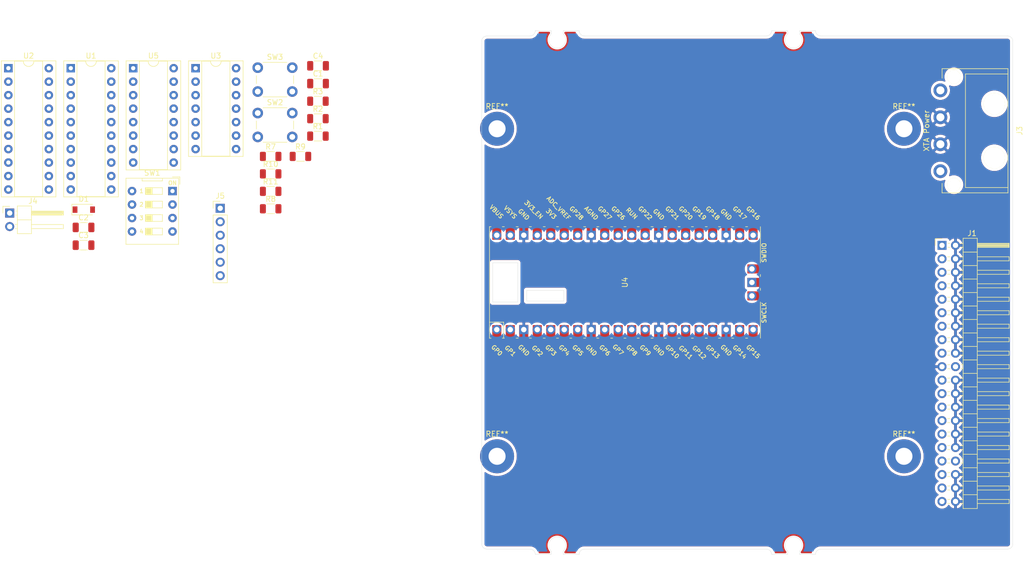
<source format=kicad_pcb>
(kicad_pcb (version 20171130) (host pcbnew "(5.1.9)-1")
  (layers (0 F.Cu signal) (1 In1.Cu signal) (2 In2.Cu signal) (31 B.Cu signal) (34 B.Paste user) (35 F.Paste user) (36 B.SilkS user) (37 F.SilkS user) (38 B.Mask user) (39 F.Mask user) (44 Edge.Cuts user))
  (net 0 "")
  (net 1 GND)
  (net 2 +3V3)
  (net 3 VSYS)
  (net 4 IBM_5V_POWER)
  (net 5 "Net-(R1-Pad2)")
  (net 6 "Net-(J4-Pad2)")
  (net 7 "Net-(J4-Pad1)")
  (net 8 "Net-(R7-Pad1)")
  (net 9 "Net-(R8-Pad1)")
  (net 10 "Net-(R9-Pad1)")
  (net 11 "Net-(R10-Pad1)")
  (net 12 CFG_DATA)
  (net 13 DBG_RX)
  (net 14 "Net-(J5-Pad1)")
  (net 15 "Net-(J5-Pad2)")
  (net 16 "Net-(J5-Pad3)")
  (net 17 SD_DO)
  (net 18 SD0_CS)
  (net 19 SD_SCK)
  (net 20 SD_DI)
  (net 21 ~IOR~_3V3)
  (net 22 ~IOW~_3V3)
  (net 23 DATA_DIR)
  (net 24 "Net-(SW3-Pad1)")
  (net 25 ~RESET~_3V3)
  (net 26 ~CS~_3V3)
  (net 27 "Net-(U4-Pad35)")
  (net 28 "Net-(U4-Pad37)")
  (net 29 "Net-(U4-Pad40)")
  (net 30 ~IRQ~_3V3)
  (net 31 ~DRQ~_3V3)
  (net 32 ~DACK~_3V3)
  (net 33 AEN_3V3)
  (net 34 A1_3V3)
  (net 35 A0_3V3)
  (net 36 D7_3V3)
  (net 37 D6_3V3)
  (net 38 D5_3V3)
  (net 39 D4_3V3)
  (net 40 D3_3V3)
  (net 41 D2_3V3)
  (net 42 D1_3V3)
  (net 43 D0_3V3)
  (net 44 CFG_CLK)
  (net 45 /BOOT_INTERNAL)
  (net 46 ~DRIVE_ACTIVE)
  (net 47 ~CS)
  (net 48 A0)
  (net 49 "Net-(J1-Pad34)")
  (net 50 A1)
  (net 51 IRQ)
  (net 52 DRQ)
  (net 53 ~DACK)
  (net 54 ~IOR)
  (net 55 ~IOW)
  (net 56 AEN)
  (net 57 "Net-(J1-Pad20)")
  (net 58 D0)
  (net 59 D1)
  (net 60 D2)
  (net 61 D3)
  (net 62 D4)
  (net 63 D5)
  (net 64 D6)
  (net 65 D7)
  (net 66 ~RESET)
  (net 67 "Net-(J3-Pad1)")
  (net 68 SD1_CS)
  (net 69 /RESERVED)
  (net 70 /DRIVE_SIZE_2)
  (net 71 /IRQ_SELECT)
  (net 72 /RESET_INVERT)
  (net 73 "Net-(U5-Pad7)")
  (net 74 CFG_LATCH)
  (module Pico:RPi_Pico_SMD_TH (layer F.Cu) (at 177.165 78.105 90)
    (fp_text reference U4 (at 0 0 90) (layer F.SilkS))
    (fp_text value RPI_PICO)
    (fp_text user SWDIO (at 5.6 26.2 90) (layer F.SilkS) (effects (font (size 0.8 0.8))))
    (fp_text user SWCLK (at -5.7 26.2 90) (layer F.SilkS) (effects (font (size 0.8 0.8))))
    (fp_text user AGND (at 13.054 -6.35 135) (layer F.SilkS) (effects (font (size 0.8 0.8))))
    (fp_text user GND (at 12.8 -19.05 135) (layer F.SilkS) (effects (font (size 0.8 0.8))))
    (fp_text user GND (at 12.8 6.35 135) (layer F.SilkS) (effects (font (size 0.8 0.8))))
    (fp_text user GND (at 12.8 19.05 135) (layer F.SilkS) (effects (font (size 0.8 0.8))))
    (fp_text user GND (at -12.8 19.05 135) (layer F.SilkS) (effects (font (size 0.8 0.8))))
    (fp_text user GND (at -12.8 6.35 135) (layer F.SilkS) (effects (font (size 0.8 0.8))))
    (fp_text user GND (at -12.8 -6.35 135) (layer F.SilkS) (effects (font (size 0.8 0.8))))
    (fp_text user GND (at -12.8 -19.05 135) (layer F.SilkS) (effects (font (size 0.8 0.8))))
    (fp_text user VBUS (at 13.3 -24.2 135) (layer F.SilkS) (effects (font (size 0.8 0.8))))
    (fp_text user VSYS (at 13.2 -21.59 135) (layer F.SilkS) (effects (font (size 0.8 0.8))))
    (fp_text user 3V3_EN (at 13.7 -17.2 135) (layer F.SilkS) (effects (font (size 0.8 0.8))))
    (fp_text user 3V3 (at 12.9 -13.9 135) (layer F.SilkS) (effects (font (size 0.8 0.8))))
    (fp_text user ADC_VREF (at 14 -12.5 135) (layer F.SilkS) (effects (font (size 0.8 0.8))))
    (fp_text user GP28 (at 13.054 -9.144 135) (layer F.SilkS) (effects (font (size 0.8 0.8))))
    (fp_text user GP27 (at 13.054 -3.8 135) (layer F.SilkS) (effects (font (size 0.8 0.8))))
    (fp_text user GP26 (at 13.054 -1.27 135) (layer F.SilkS) (effects (font (size 0.8 0.8))))
    (fp_text user RUN (at 13 1.27 135) (layer F.SilkS) (effects (font (size 0.8 0.8))))
    (fp_text user GP22 (at 13.054 3.81 135) (layer F.SilkS) (effects (font (size 0.8 0.8))))
    (fp_text user GP21 (at 13.054 8.9 135) (layer F.SilkS) (effects (font (size 0.8 0.8))))
    (fp_text user GP20 (at 13.054 11.43 135) (layer F.SilkS) (effects (font (size 0.8 0.8))))
    (fp_text user GP19 (at 13.054 13.97 135) (layer F.SilkS) (effects (font (size 0.8 0.8))))
    (fp_text user GP18 (at 13.054 16.51 135) (layer F.SilkS) (effects (font (size 0.8 0.8))))
    (fp_text user GP17 (at 13.054 21.59 135) (layer F.SilkS) (effects (font (size 0.8 0.8))))
    (fp_text user GP16 (at 13.054 24.13 135) (layer F.SilkS) (effects (font (size 0.8 0.8))))
    (fp_text user GP15 (at -13.054 24.13 135) (layer F.SilkS) (effects (font (size 0.8 0.8))))
    (fp_text user GP14 (at -13.1 21.59 135) (layer F.SilkS) (effects (font (size 0.8 0.8))))
    (fp_text user GP13 (at -13.054 16.51 135) (layer F.SilkS) (effects (font (size 0.8 0.8))))
    (fp_text user GP12 (at -13.2 13.97 135) (layer F.SilkS) (effects (font (size 0.8 0.8))))
    (fp_text user GP11 (at -13.2 11.43 135) (layer F.SilkS) (effects (font (size 0.8 0.8))))
    (fp_text user GP10 (at -13.054 8.89 135) (layer F.SilkS) (effects (font (size 0.8 0.8))))
    (fp_text user GP9 (at -12.8 3.81 135) (layer F.SilkS) (effects (font (size 0.8 0.8))))
    (fp_text user GP8 (at -12.8 1.27 135) (layer F.SilkS) (effects (font (size 0.8 0.8))))
    (fp_text user GP7 (at -12.7 -1.3 135) (layer F.SilkS) (effects (font (size 0.8 0.8))))
    (fp_text user GP6 (at -12.8 -3.81 135) (layer F.SilkS) (effects (font (size 0.8 0.8))))
    (fp_text user GP5 (at -12.8 -8.89 135) (layer F.SilkS) (effects (font (size 0.8 0.8))))
    (fp_text user GP4 (at -12.8 -11.43 135) (layer F.SilkS) (effects (font (size 0.8 0.8))))
    (fp_text user GP3 (at -12.8 -13.97 135) (layer F.SilkS) (effects (font (size 0.8 0.8))))
    (fp_text user GP0 (at -12.8 -24.13 135) (layer F.SilkS) (effects (font (size 0.8 0.8))))
    (fp_text user GP2 (at -12.9 -16.51 135) (layer F.SilkS) (effects (font (size 0.8 0.8))))
    (fp_text user GP1 (at -12.9 -21.6 135) (layer F.SilkS) (effects (font (size 0.8 0.8))))
    (pad 43 thru_hole oval (at 2.54 23.9 90) (size 1.7 1.7) (drill 1.02) (layers *.Cu *.Mask) (net 14 "Net-(J5-Pad1)"))
    (pad 43 smd rect (at 2.54 23.9 180) (size 3.5 1.7) (drill (offset -0.9 0)) (layers F.Cu F.Mask) (net 14 "Net-(J5-Pad1)"))
    (pad 42 thru_hole rect (at 0 23.9 90) (size 1.7 1.7) (drill 1.02) (layers *.Cu *.Mask) (net 15 "Net-(J5-Pad2)"))
    (pad 42 smd rect (at 0 23.9 180) (size 3.5 1.7) (drill (offset -0.9 0)) (layers F.Cu F.Mask) (net 15 "Net-(J5-Pad2)"))
    (pad 41 thru_hole oval (at -2.54 23.9 90) (size 1.7 1.7) (drill 1.02) (layers *.Cu *.Mask) (net 16 "Net-(J5-Pad3)"))
    (pad 41 smd rect (at -2.54 23.9 180) (size 3.5 1.7) (drill (offset -0.9 0)) (layers F.Cu F.Mask) (net 16 "Net-(J5-Pad3)"))
    (pad 21 smd rect (at 8.89 24.13 90) (size 3.5 1.7) (drill (offset 0.9 0)) (layers F.Cu F.Mask) (net 17 SD_DO))
    (pad 22 smd rect (at 8.89 21.59 90) (size 3.5 1.7) (drill (offset 0.9 0)) (layers F.Cu F.Mask) (net 18 SD0_CS))
    (pad 23 smd rect (at 8.89 19.05 90) (size 3.5 1.7) (drill (offset 0.9 0)) (layers F.Cu F.Mask) (net 1 GND))
    (pad 24 smd rect (at 8.89 16.51 90) (size 3.5 1.7) (drill (offset 0.9 0)) (layers F.Cu F.Mask) (net 19 SD_SCK))
    (pad 25 smd rect (at 8.89 13.97 90) (size 3.5 1.7) (drill (offset 0.9 0)) (layers F.Cu F.Mask) (net 20 SD_DI))
    (pad 26 smd rect (at 8.89 11.43 90) (size 3.5 1.7) (drill (offset 0.9 0)) (layers F.Cu F.Mask) (net 21 ~IOR~_3V3))
    (pad 27 smd rect (at 8.89 8.89 90) (size 3.5 1.7) (drill (offset 0.9 0)) (layers F.Cu F.Mask) (net 22 ~IOW~_3V3))
    (pad 28 smd rect (at 8.89 6.35 90) (size 3.5 1.7) (drill (offset 0.9 0)) (layers F.Cu F.Mask) (net 1 GND))
    (pad 29 smd rect (at 8.89 3.81 90) (size 3.5 1.7) (drill (offset 0.9 0)) (layers F.Cu F.Mask) (net 23 DATA_DIR))
    (pad 30 smd rect (at 8.89 1.27 90) (size 3.5 1.7) (drill (offset 0.9 0)) (layers F.Cu F.Mask) (net 24 "Net-(SW3-Pad1)"))
    (pad 31 smd rect (at 8.89 -1.27 90) (size 3.5 1.7) (drill (offset 0.9 0)) (layers F.Cu F.Mask) (net 25 ~RESET~_3V3))
    (pad 32 smd rect (at 8.89 -3.81 90) (size 3.5 1.7) (drill (offset 0.9 0)) (layers F.Cu F.Mask) (net 26 ~CS~_3V3))
    (pad 33 smd rect (at 8.89 -6.35 90) (size 3.5 1.7) (drill (offset 0.9 0)) (layers F.Cu F.Mask) (net 1 GND))
    (pad 34 smd rect (at 8.89 -8.89 90) (size 3.5 1.7) (drill (offset 0.9 0)) (layers F.Cu F.Mask) (net 68 SD1_CS))
    (pad 35 smd rect (at 8.89 -11.43 90) (size 3.5 1.7) (drill (offset 0.9 0)) (layers F.Cu F.Mask) (net 27 "Net-(U4-Pad35)"))
    (pad 36 smd rect (at 8.89 -13.97 90) (size 3.5 1.7) (drill (offset 0.9 0)) (layers F.Cu F.Mask) (net 2 +3V3))
    (pad 37 smd rect (at 8.89 -16.51 90) (size 3.5 1.7) (drill (offset 0.9 0)) (layers F.Cu F.Mask) (net 28 "Net-(U4-Pad37)"))
    (pad 38 smd rect (at 8.89 -19.05 90) (size 3.5 1.7) (drill (offset 0.9 0)) (layers F.Cu F.Mask) (net 1 GND))
    (pad 39 smd rect (at 8.89 -21.59 90) (size 3.5 1.7) (drill (offset 0.9 0)) (layers F.Cu F.Mask) (net 3 VSYS))
    (pad 40 smd rect (at 8.89 -24.13 90) (size 3.5 1.7) (drill (offset 0.9 0)) (layers F.Cu F.Mask) (net 29 "Net-(U4-Pad40)"))
    (pad 20 smd rect (at -8.89 24.13 90) (size 3.5 1.7) (drill (offset -0.9 0)) (layers F.Cu F.Mask) (net 30 ~IRQ~_3V3))
    (pad 19 smd rect (at -8.89 21.59 90) (size 3.5 1.7) (drill (offset -0.9 0)) (layers F.Cu F.Mask) (net 31 ~DRQ~_3V3))
    (pad 18 smd rect (at -8.89 19.05 90) (size 3.5 1.7) (drill (offset -0.9 0)) (layers F.Cu F.Mask) (net 1 GND))
    (pad 17 smd rect (at -8.89 16.51 90) (size 3.5 1.7) (drill (offset -0.9 0)) (layers F.Cu F.Mask) (net 32 ~DACK~_3V3))
    (pad 16 smd rect (at -8.89 13.97 90) (size 3.5 1.7) (drill (offset -0.9 0)) (layers F.Cu F.Mask) (net 33 AEN_3V3))
    (pad 15 smd rect (at -8.89 11.43 90) (size 3.5 1.7) (drill (offset -0.9 0)) (layers F.Cu F.Mask) (net 34 A1_3V3))
    (pad 14 smd rect (at -8.89 8.89 90) (size 3.5 1.7) (drill (offset -0.9 0)) (layers F.Cu F.Mask) (net 35 A0_3V3))
    (pad 13 smd rect (at -8.89 6.35 90) (size 3.5 1.7) (drill (offset -0.9 0)) (layers F.Cu F.Mask) (net 1 GND))
    (pad 12 smd rect (at -8.89 3.81 90) (size 3.5 1.7) (drill (offset -0.9 0)) (layers F.Cu F.Mask) (net 36 D7_3V3))
    (pad 11 smd rect (at -8.89 1.27 90) (size 3.5 1.7) (drill (offset -0.9 0)) (layers F.Cu F.Mask) (net 37 D6_3V3))
    (pad 10 smd rect (at -8.89 -1.27 90) (size 3.5 1.7) (drill (offset -0.9 0)) (layers F.Cu F.Mask) (net 38 D5_3V3))
    (pad 9 smd rect (at -8.89 -3.81 90) (size 3.5 1.7) (drill (offset -0.9 0)) (layers F.Cu F.Mask) (net 39 D4_3V3))
    (pad 8 smd rect (at -8.89 -6.35 90) (size 3.5 1.7) (drill (offset -0.9 0)) (layers F.Cu F.Mask) (net 1 GND))
    (pad 7 smd rect (at -8.89 -8.89 90) (size 3.5 1.7) (drill (offset -0.9 0)) (layers F.Cu F.Mask) (net 40 D3_3V3))
    (pad 6 smd rect (at -8.89 -11.43 90) (size 3.5 1.7) (drill (offset -0.9 0)) (layers F.Cu F.Mask) (net 41 D2_3V3))
    (pad 5 smd rect (at -8.89 -13.97 90) (size 3.5 1.7) (drill (offset -0.9 0)) (layers F.Cu F.Mask) (net 42 D1_3V3))
    (pad 4 smd rect (at -8.89 -16.51 90) (size 3.5 1.7) (drill (offset -0.9 0)) (layers F.Cu F.Mask) (net 43 D0_3V3))
    (pad 3 smd rect (at -8.89 -19.05 90) (size 3.5 1.7) (drill (offset -0.9 0)) (layers F.Cu F.Mask) (net 1 GND))
    (pad 2 smd rect (at -8.89 -21.59 90) (size 3.5 1.7) (drill (offset -0.9 0)) (layers F.Cu F.Mask) (net 44 CFG_CLK))
    (pad 1 smd rect (at -8.89 -24.13 90) (size 3.5 1.7) (drill (offset -0.9 0)) (layers F.Cu F.Mask) (net 13 DBG_RX))
    (pad 40 thru_hole oval (at 8.89 -24.13 90) (size 1.7 1.7) (drill 1.02) (layers *.Cu *.Mask) (net 29 "Net-(U4-Pad40)"))
    (pad 39 thru_hole oval (at 8.89 -21.59 90) (size 1.7 1.7) (drill 1.02) (layers *.Cu *.Mask) (net 3 VSYS))
    (pad 38 thru_hole rect (at 8.89 -19.05 90) (size 1.7 1.7) (drill 1.02) (layers *.Cu *.Mask) (net 1 GND))
    (pad 37 thru_hole oval (at 8.89 -16.51 90) (size 1.7 1.7) (drill 1.02) (layers *.Cu *.Mask) (net 28 "Net-(U4-Pad37)"))
    (pad 36 thru_hole oval (at 8.89 -13.97 90) (size 1.7 1.7) (drill 1.02) (layers *.Cu *.Mask) (net 2 +3V3))
    (pad 35 thru_hole oval (at 8.89 -11.43 90) (size 1.7 1.7) (drill 1.02) (layers *.Cu *.Mask) (net 27 "Net-(U4-Pad35)"))
    (pad 34 thru_hole oval (at 8.89 -8.89 90) (size 1.7 1.7) (drill 1.02) (layers *.Cu *.Mask) (net 68 SD1_CS))
    (pad 33 thru_hole rect (at 8.89 -6.35 90) (size 1.7 1.7) (drill 1.02) (layers *.Cu *.Mask) (net 1 GND))
    (pad 32 thru_hole oval (at 8.89 -3.81 90) (size 1.7 1.7) (drill 1.02) (layers *.Cu *.Mask) (net 26 ~CS~_3V3))
    (pad 31 thru_hole oval (at 8.89 -1.27 90) (size 1.7 1.7) (drill 1.02) (layers *.Cu *.Mask) (net 25 ~RESET~_3V3))
    (pad 30 thru_hole oval (at 8.89 1.27 90) (size 1.7 1.7) (drill 1.02) (layers *.Cu *.Mask) (net 24 "Net-(SW3-Pad1)"))
    (pad 29 thru_hole oval (at 8.89 3.81 90) (size 1.7 1.7) (drill 1.02) (layers *.Cu *.Mask) (net 23 DATA_DIR))
    (pad 28 thru_hole rect (at 8.89 6.35 90) (size 1.7 1.7) (drill 1.02) (layers *.Cu *.Mask) (net 1 GND))
    (pad 27 thru_hole oval (at 8.89 8.89 90) (size 1.7 1.7) (drill 1.02) (layers *.Cu *.Mask) (net 22 ~IOW~_3V3))
    (pad 26 thru_hole oval (at 8.89 11.43 90) (size 1.7 1.7) (drill 1.02) (layers *.Cu *.Mask) (net 21 ~IOR~_3V3))
    (pad 25 thru_hole oval (at 8.89 13.97 90) (size 1.7 1.7) (drill 1.02) (layers *.Cu *.Mask) (net 20 SD_DI))
    (pad 24 thru_hole oval (at 8.89 16.51 90) (size 1.7 1.7) (drill 1.02) (layers *.Cu *.Mask) (net 19 SD_SCK))
    (pad 23 thru_hole rect (at 8.89 19.05 90) (size 1.7 1.7) (drill 1.02) (layers *.Cu *.Mask) (net 1 GND))
    (pad 22 thru_hole oval (at 8.89 21.59 90) (size 1.7 1.7) (drill 1.02) (layers *.Cu *.Mask) (net 18 SD0_CS))
    (pad 21 thru_hole oval (at 8.89 24.13 90) (size 1.7 1.7) (drill 1.02) (layers *.Cu *.Mask) (net 17 SD_DO))
    (pad 20 thru_hole oval (at -8.89 24.13 90) (size 1.7 1.7) (drill 1.02) (layers *.Cu *.Mask) (net 30 ~IRQ~_3V3))
    (pad 19 thru_hole oval (at -8.89 21.59 90) (size 1.7 1.7) (drill 1.02) (layers *.Cu *.Mask) (net 31 ~DRQ~_3V3))
    (pad 18 thru_hole rect (at -8.89 19.05 90) (size 1.7 1.7) (drill 1.02) (layers *.Cu *.Mask) (net 1 GND))
    (pad 17 thru_hole oval (at -8.89 16.51 90) (size 1.7 1.7) (drill 1.02) (layers *.Cu *.Mask) (net 32 ~DACK~_3V3))
    (pad 16 thru_hole oval (at -8.89 13.97 90) (size 1.7 1.7) (drill 1.02) (layers *.Cu *.Mask) (net 33 AEN_3V3))
    (pad 15 thru_hole oval (at -8.89 11.43 90) (size 1.7 1.7) (drill 1.02) (layers *.Cu *.Mask) (net 34 A1_3V3))
    (pad 14 thru_hole oval (at -8.89 8.89 90) (size 1.7 1.7) (drill 1.02) (layers *.Cu *.Mask) (net 35 A0_3V3))
    (pad 13 thru_hole rect (at -8.89 6.35 90) (size 1.7 1.7) (drill 1.02) (layers *.Cu *.Mask) (net 1 GND))
    (pad 12 thru_hole oval (at -8.89 3.81 90) (size 1.7 1.7) (drill 1.02) (layers *.Cu *.Mask) (net 36 D7_3V3))
    (pad 11 thru_hole oval (at -8.89 1.27 90) (size 1.7 1.7) (drill 1.02) (layers *.Cu *.Mask) (net 37 D6_3V3))
    (pad 10 thru_hole oval (at -8.89 -1.27 90) (size 1.7 1.7) (drill 1.02) (layers *.Cu *.Mask) (net 38 D5_3V3))
    (pad 9 thru_hole oval (at -8.89 -3.81 90) (size 1.7 1.7) (drill 1.02) (layers *.Cu *.Mask) (net 39 D4_3V3))
    (pad 8 thru_hole rect (at -8.89 -6.35 90) (size 1.7 1.7) (drill 1.02) (layers *.Cu *.Mask) (net 1 GND))
    (pad 7 thru_hole oval (at -8.89 -8.89 90) (size 1.7 1.7) (drill 1.02) (layers *.Cu *.Mask) (net 40 D3_3V3))
    (pad 6 thru_hole oval (at -8.89 -11.43 90) (size 1.7 1.7) (drill 1.02) (layers *.Cu *.Mask) (net 41 D2_3V3))
    (pad 5 thru_hole oval (at -8.89 -13.97 90) (size 1.7 1.7) (drill 1.02) (layers *.Cu *.Mask) (net 42 D1_3V3))
    (pad 4 thru_hole oval (at -8.89 -16.51 90) (size 1.7 1.7) (drill 1.02) (layers *.Cu *.Mask) (net 43 D0_3V3))
    (pad 3 thru_hole rect (at -8.89 -19.05 90) (size 1.7 1.7) (drill 1.02) (layers *.Cu *.Mask) (net 1 GND))
    (pad 2 thru_hole oval (at -8.89 -21.59 90) (size 1.7 1.7) (drill 1.02) (layers *.Cu *.Mask) (net 44 CFG_CLK))
    (pad 1 thru_hole oval (at -8.89 -24.13 90) (size 1.7 1.7) (drill 1.02) (layers *.Cu *.Mask) (net 13 DBG_RX))
  )
  (module Connector_PinHeader_2.54mm:PinHeader_1x06_P2.54mm_Vertical (layer F.Cu) (at 100.965 64.135)
    (fp_text reference J5 (at 0 -2.33) (layer F.SilkS))
    (fp_text value Debug)
    (pad 6 thru_hole oval (at 0 12.7) (size 1.7 1.7) (drill 1) (layers *.Cu *.Mask) (net 13 DBG_RX))
    (pad 5 thru_hole oval (at 0 10.16) (size 1.7 1.7) (drill 1) (layers *.Cu *.Mask) (net 15 "Net-(J5-Pad2)"))
    (pad 4 thru_hole oval (at 0 7.62) (size 1.7 1.7) (drill 1) (layers *.Cu *.Mask) (net 44 CFG_CLK))
    (pad 3 thru_hole oval (at 0 5.08) (size 1.7 1.7) (drill 1) (layers *.Cu *.Mask) (net 16 "Net-(J5-Pad3)"))
    (pad 2 thru_hole oval (at 0 2.54) (size 1.7 1.7) (drill 1) (layers *.Cu *.Mask) (net 15 "Net-(J5-Pad2)"))
    (pad 1 thru_hole rect (at 0 0) (size 1.7 1.7) (drill 1) (layers *.Cu *.Mask) (net 14 "Net-(J5-Pad1)"))
  )
  (module Package_DIP:DIP-16_W7.62mm_Socket (layer F.Cu) (at 84.58 37.74)
    (fp_text reference U5 (at 3.81 -2.33) (layer F.SilkS))
    (fp_text value 74HC165)
    (pad 16 thru_hole oval (at 7.62 0) (size 1.6 1.6) (drill 0.8) (layers *.Cu *.Mask) (net 2 +3V3))
    (pad 8 thru_hole oval (at 0 17.78) (size 1.6 1.6) (drill 0.8) (layers *.Cu *.Mask) (net 1 GND))
    (pad 15 thru_hole oval (at 7.62 2.54) (size 1.6 1.6) (drill 0.8) (layers *.Cu *.Mask) (net 1 GND))
    (pad 7 thru_hole oval (at 0 15.24) (size 1.6 1.6) (drill 0.8) (layers *.Cu *.Mask) (net 73 "Net-(U5-Pad7)"))
    (pad 14 thru_hole oval (at 7.62 5.08) (size 1.6 1.6) (drill 0.8) (layers *.Cu *.Mask) (net 69 /RESERVED))
    (pad 6 thru_hole oval (at 0 12.7) (size 1.6 1.6) (drill 0.8) (layers *.Cu *.Mask) (net 1 GND))
    (pad 13 thru_hole oval (at 7.62 7.62) (size 1.6 1.6) (drill 0.8) (layers *.Cu *.Mask) (net 70 /DRIVE_SIZE_2))
    (pad 5 thru_hole oval (at 0 10.16) (size 1.6 1.6) (drill 0.8) (layers *.Cu *.Mask) (net 1 GND))
    (pad 12 thru_hole oval (at 7.62 10.16) (size 1.6 1.6) (drill 0.8) (layers *.Cu *.Mask) (net 71 /IRQ_SELECT))
    (pad 4 thru_hole oval (at 0 7.62) (size 1.6 1.6) (drill 0.8) (layers *.Cu *.Mask) (net 1 GND))
    (pad 11 thru_hole oval (at 7.62 12.7) (size 1.6 1.6) (drill 0.8) (layers *.Cu *.Mask) (net 72 /RESET_INVERT))
    (pad 3 thru_hole oval (at 0 5.08) (size 1.6 1.6) (drill 0.8) (layers *.Cu *.Mask) (net 45 /BOOT_INTERNAL))
    (pad 10 thru_hole oval (at 7.62 15.24) (size 1.6 1.6) (drill 0.8) (layers *.Cu *.Mask) (net 1 GND))
    (pad 2 thru_hole oval (at 0 2.54) (size 1.6 1.6) (drill 0.8) (layers *.Cu *.Mask) (net 44 CFG_CLK))
    (pad 9 thru_hole oval (at 7.62 17.78) (size 1.6 1.6) (drill 0.8) (layers *.Cu *.Mask) (net 12 CFG_DATA))
    (pad 1 thru_hole rect (at 0 0) (size 1.6 1.6) (drill 0.8) (layers *.Cu *.Mask) (net 74 CFG_LATCH))
  )
  (module Package_DIP:DIP-14_W7.62mm_Socket (layer F.Cu) (at 96.33 37.74)
    (fp_text reference U3 (at 3.81 -2.33) (layer F.SilkS))
    (fp_text value 74HCT125)
    (pad 14 thru_hole oval (at 7.62 0) (size 1.6 1.6) (drill 0.8) (layers *.Cu *.Mask) (net 3 VSYS))
    (pad 7 thru_hole oval (at 0 15.24) (size 1.6 1.6) (drill 0.8) (layers *.Cu *.Mask) (net 1 GND))
    (pad 13 thru_hole oval (at 7.62 2.54) (size 1.6 1.6) (drill 0.8) (layers *.Cu *.Mask) (net 30 ~IRQ~_3V3))
    (pad 6 thru_hole oval (at 0 12.7) (size 1.6 1.6) (drill 0.8) (layers *.Cu *.Mask) (net 5 "Net-(R1-Pad2)"))
    (pad 12 thru_hole oval (at 7.62 5.08) (size 1.6 1.6) (drill 0.8) (layers *.Cu *.Mask) (net 3 VSYS))
    (pad 5 thru_hole oval (at 0 10.16) (size 1.6 1.6) (drill 0.8) (layers *.Cu *.Mask) (net 1 GND))
    (pad 11 thru_hole oval (at 7.62 7.62) (size 1.6 1.6) (drill 0.8) (layers *.Cu *.Mask) (net 51 IRQ))
    (pad 4 thru_hole oval (at 0 7.62) (size 1.6 1.6) (drill 0.8) (layers *.Cu *.Mask) (net 44 CFG_CLK))
    (pad 10 thru_hole oval (at 7.62 10.16) (size 1.6 1.6) (drill 0.8) (layers *.Cu *.Mask) (net 31 ~DRQ~_3V3))
    (pad 3 thru_hole oval (at 0 5.08) (size 1.6 1.6) (drill 0.8) (layers *.Cu *.Mask) (net 46 ~DRIVE_ACTIVE))
    (pad 9 thru_hole oval (at 7.62 12.7) (size 1.6 1.6) (drill 0.8) (layers *.Cu *.Mask) (net 3 VSYS))
    (pad 2 thru_hole oval (at 0 2.54) (size 1.6 1.6) (drill 0.8) (layers *.Cu *.Mask) (net 1 GND))
    (pad 8 thru_hole oval (at 7.62 15.24) (size 1.6 1.6) (drill 0.8) (layers *.Cu *.Mask) (net 52 DRQ))
    (pad 1 thru_hole rect (at 0 0) (size 1.6 1.6) (drill 0.8) (layers *.Cu *.Mask) (net 44 CFG_CLK))
  )
  (module Package_DIP:DIP-20_W7.62mm_Socket (layer F.Cu) (at 61.08 37.74)
    (fp_text reference U2 (at 3.81 -2.33) (layer F.SilkS))
    (fp_text value 74LVC245)
    (pad 20 thru_hole oval (at 7.62 0) (size 1.6 1.6) (drill 0.8) (layers *.Cu *.Mask) (net 2 +3V3))
    (pad 10 thru_hole oval (at 0 22.86) (size 1.6 1.6) (drill 0.8) (layers *.Cu *.Mask) (net 1 GND))
    (pad 19 thru_hole oval (at 7.62 2.54) (size 1.6 1.6) (drill 0.8) (layers *.Cu *.Mask) (net 1 GND))
    (pad 9 thru_hole oval (at 0 20.32) (size 1.6 1.6) (drill 0.8) (layers *.Cu *.Mask) (net 55 ~IOW))
    (pad 18 thru_hole oval (at 7.62 5.08) (size 1.6 1.6) (drill 0.8) (layers *.Cu *.Mask) (net 35 A0_3V3))
    (pad 8 thru_hole oval (at 0 17.78) (size 1.6 1.6) (drill 0.8) (layers *.Cu *.Mask) (net 54 ~IOR))
    (pad 17 thru_hole oval (at 7.62 7.62) (size 1.6 1.6) (drill 0.8) (layers *.Cu *.Mask) (net 34 A1_3V3))
    (pad 7 thru_hole oval (at 0 15.24) (size 1.6 1.6) (drill 0.8) (layers *.Cu *.Mask) (net 66 ~RESET))
    (pad 16 thru_hole oval (at 7.62 10.16) (size 1.6 1.6) (drill 0.8) (layers *.Cu *.Mask) (net 33 AEN_3V3))
    (pad 6 thru_hole oval (at 0 12.7) (size 1.6 1.6) (drill 0.8) (layers *.Cu *.Mask) (net 47 ~CS))
    (pad 15 thru_hole oval (at 7.62 12.7) (size 1.6 1.6) (drill 0.8) (layers *.Cu *.Mask) (net 32 ~DACK~_3V3))
    (pad 5 thru_hole oval (at 0 10.16) (size 1.6 1.6) (drill 0.8) (layers *.Cu *.Mask) (net 53 ~DACK))
    (pad 14 thru_hole oval (at 7.62 15.24) (size 1.6 1.6) (drill 0.8) (layers *.Cu *.Mask) (net 26 ~CS~_3V3))
    (pad 4 thru_hole oval (at 0 7.62) (size 1.6 1.6) (drill 0.8) (layers *.Cu *.Mask) (net 56 AEN))
    (pad 13 thru_hole oval (at 7.62 17.78) (size 1.6 1.6) (drill 0.8) (layers *.Cu *.Mask) (net 25 ~RESET~_3V3))
    (pad 3 thru_hole oval (at 0 5.08) (size 1.6 1.6) (drill 0.8) (layers *.Cu *.Mask) (net 50 A1))
    (pad 12 thru_hole oval (at 7.62 20.32) (size 1.6 1.6) (drill 0.8) (layers *.Cu *.Mask) (net 21 ~IOR~_3V3))
    (pad 2 thru_hole oval (at 0 2.54) (size 1.6 1.6) (drill 0.8) (layers *.Cu *.Mask) (net 48 A0))
    (pad 11 thru_hole oval (at 7.62 22.86) (size 1.6 1.6) (drill 0.8) (layers *.Cu *.Mask) (net 22 ~IOW~_3V3))
    (pad 1 thru_hole rect (at 0 0) (size 1.6 1.6) (drill 0.8) (layers *.Cu *.Mask) (net 1 GND))
  )
  (module Package_DIP:DIP-20_W7.62mm_Socket (layer F.Cu) (at 72.83 37.74)
    (fp_text reference U1 (at 3.81 -2.33) (layer F.SilkS))
    (fp_text value 74LVC245)
    (pad 20 thru_hole oval (at 7.62 0) (size 1.6 1.6) (drill 0.8) (layers *.Cu *.Mask) (net 2 +3V3))
    (pad 10 thru_hole oval (at 0 22.86) (size 1.6 1.6) (drill 0.8) (layers *.Cu *.Mask) (net 1 GND))
    (pad 19 thru_hole oval (at 7.62 2.54) (size 1.6 1.6) (drill 0.8) (layers *.Cu *.Mask) (net 1 GND))
    (pad 9 thru_hole oval (at 0 20.32) (size 1.6 1.6) (drill 0.8) (layers *.Cu *.Mask) (net 65 D7))
    (pad 18 thru_hole oval (at 7.62 5.08) (size 1.6 1.6) (drill 0.8) (layers *.Cu *.Mask) (net 43 D0_3V3))
    (pad 8 thru_hole oval (at 0 17.78) (size 1.6 1.6) (drill 0.8) (layers *.Cu *.Mask) (net 64 D6))
    (pad 17 thru_hole oval (at 7.62 7.62) (size 1.6 1.6) (drill 0.8) (layers *.Cu *.Mask) (net 42 D1_3V3))
    (pad 7 thru_hole oval (at 0 15.24) (size 1.6 1.6) (drill 0.8) (layers *.Cu *.Mask) (net 63 D5))
    (pad 16 thru_hole oval (at 7.62 10.16) (size 1.6 1.6) (drill 0.8) (layers *.Cu *.Mask) (net 41 D2_3V3))
    (pad 6 thru_hole oval (at 0 12.7) (size 1.6 1.6) (drill 0.8) (layers *.Cu *.Mask) (net 62 D4))
    (pad 15 thru_hole oval (at 7.62 12.7) (size 1.6 1.6) (drill 0.8) (layers *.Cu *.Mask) (net 40 D3_3V3))
    (pad 5 thru_hole oval (at 0 10.16) (size 1.6 1.6) (drill 0.8) (layers *.Cu *.Mask) (net 61 D3))
    (pad 14 thru_hole oval (at 7.62 15.24) (size 1.6 1.6) (drill 0.8) (layers *.Cu *.Mask) (net 39 D4_3V3))
    (pad 4 thru_hole oval (at 0 7.62) (size 1.6 1.6) (drill 0.8) (layers *.Cu *.Mask) (net 60 D2))
    (pad 13 thru_hole oval (at 7.62 17.78) (size 1.6 1.6) (drill 0.8) (layers *.Cu *.Mask) (net 38 D5_3V3))
    (pad 3 thru_hole oval (at 0 5.08) (size 1.6 1.6) (drill 0.8) (layers *.Cu *.Mask) (net 59 D1))
    (pad 12 thru_hole oval (at 7.62 20.32) (size 1.6 1.6) (drill 0.8) (layers *.Cu *.Mask) (net 37 D6_3V3))
    (pad 2 thru_hole oval (at 0 2.54) (size 1.6 1.6) (drill 0.8) (layers *.Cu *.Mask) (net 58 D0))
    (pad 11 thru_hole oval (at 7.62 22.86) (size 1.6 1.6) (drill 0.8) (layers *.Cu *.Mask) (net 36 D7_3V3))
    (pad 1 thru_hole rect (at 0 0) (size 1.6 1.6) (drill 0.8) (layers *.Cu *.Mask) (net 23 DATA_DIR))
  )
  (module Button_Switch_THT:SW_PUSH_6mm (layer F.Cu) (at 108.03 37.64)
    (fp_text reference SW3 (at 3.25 -2) (layer F.SilkS))
    (fp_text value Reset)
    (pad 1 thru_hole circle (at 6.5 0 90) (size 2 2) (drill 1.1) (layers *.Cu *.Mask) (net 24 "Net-(SW3-Pad1)"))
    (pad 2 thru_hole circle (at 6.5 4.5 90) (size 2 2) (drill 1.1) (layers *.Cu *.Mask) (net 1 GND))
    (pad 1 thru_hole circle (at 0 0 90) (size 2 2) (drill 1.1) (layers *.Cu *.Mask) (net 24 "Net-(SW3-Pad1)"))
    (pad 2 thru_hole circle (at 0 4.5 90) (size 2 2) (drill 1.1) (layers *.Cu *.Mask) (net 1 GND))
  )
  (module Button_Switch_THT:SW_PUSH_6mm (layer F.Cu) (at 108.03 46.19)
    (fp_text reference SW2 (at 3.25 -2) (layer F.SilkS))
    (fp_text value "Boot Internal")
    (pad 1 thru_hole circle (at 6.5 0 90) (size 2 2) (drill 1.1) (layers *.Cu *.Mask) (net 45 /BOOT_INTERNAL))
    (pad 2 thru_hole circle (at 6.5 4.5 90) (size 2 2) (drill 1.1) (layers *.Cu *.Mask) (net 1 GND))
    (pad 1 thru_hole circle (at 0 0 90) (size 2 2) (drill 1.1) (layers *.Cu *.Mask) (net 45 /BOOT_INTERNAL))
    (pad 2 thru_hole circle (at 0 4.5 90) (size 2 2) (drill 1.1) (layers *.Cu *.Mask) (net 1 GND))
  )
  (module 00Common:SW_DIP_SPSTx04 (layer F.Cu) (at 91.98 60.89)
    (fp_text reference SW1 (at -3.81 -3.42) (layer F.SilkS))
    (fp_text value Config hide)
    (fp_text user ON (at 0 -1.524) (layer F.SilkS) (effects (font (size 0.75 0.75))))
    (fp_text user 4 (at -5.842 7.62) (layer F.SilkS) (effects (font (size 0.75 0.75))))
    (fp_text user 3 (at -5.842 5.08) (layer F.SilkS) (effects (font (size 0.75 0.75))))
    (fp_text user 2 (at -5.842 2.54) (layer F.SilkS) (effects (font (size 0.75 0.75))))
    (fp_text user 1 (at -5.842 0) (layer F.SilkS) (effects (font (size 0.75 0.75))))
    (pad 1 thru_hole rect (at 0 0) (size 1.6 1.6) (drill 0.8) (layers *.Cu *.Mask) (net 8 "Net-(R7-Pad1)"))
    (pad 5 thru_hole oval (at -7.62 7.62) (size 1.6 1.6) (drill 0.8) (layers *.Cu *.Mask) (net 69 /RESERVED))
    (pad 2 thru_hole oval (at 0 2.54) (size 1.6 1.6) (drill 0.8) (layers *.Cu *.Mask) (net 9 "Net-(R8-Pad1)"))
    (pad 6 thru_hole oval (at -7.62 5.08) (size 1.6 1.6) (drill 0.8) (layers *.Cu *.Mask) (net 70 /DRIVE_SIZE_2))
    (pad 3 thru_hole oval (at 0 5.08) (size 1.6 1.6) (drill 0.8) (layers *.Cu *.Mask) (net 10 "Net-(R9-Pad1)"))
    (pad 7 thru_hole oval (at -7.62 2.54) (size 1.6 1.6) (drill 0.8) (layers *.Cu *.Mask) (net 71 /IRQ_SELECT))
    (pad 4 thru_hole oval (at 0 7.62) (size 1.6 1.6) (drill 0.8) (layers *.Cu *.Mask) (net 11 "Net-(R10-Pad1)"))
    (pad 8 thru_hole oval (at -7.62 0) (size 1.6 1.6) (drill 0.8) (layers *.Cu *.Mask) (net 72 /RESET_INVERT))
  )
  (module Resistor_SMD:R_1206_3216Metric (layer F.Cu) (at 110.46 60.94)
    (fp_text reference R11 (at 0 -1.82) (layer F.SilkS))
    (fp_text value 10K)
    (pad 2 smd roundrect (at 1.4625 0) (size 1.125 1.75) (layers F.Cu F.Paste F.Mask) (roundrect_rratio 0.222222) (net 2 +3V3))
    (pad 1 smd roundrect (at -1.4625 0) (size 1.125 1.75) (layers F.Cu F.Paste F.Mask) (roundrect_rratio 0.222222) (net 45 /BOOT_INTERNAL))
  )
  (module Resistor_SMD:R_1206_3216Metric (layer F.Cu) (at 110.46 57.65)
    (fp_text reference R10 (at 0 -1.82) (layer F.SilkS))
    (fp_text value 10K)
    (pad 2 smd roundrect (at 1.4625 0) (size 1.125 1.75) (layers F.Cu F.Paste F.Mask) (roundrect_rratio 0.222222) (net 2 +3V3))
    (pad 1 smd roundrect (at -1.4625 0) (size 1.125 1.75) (layers F.Cu F.Paste F.Mask) (roundrect_rratio 0.222222) (net 11 "Net-(R10-Pad1)"))
  )
  (module Resistor_SMD:R_1206_3216Metric (layer F.Cu) (at 116.07 54.36)
    (fp_text reference R9 (at 0 -1.82) (layer F.SilkS))
    (fp_text value 10K)
    (pad 2 smd roundrect (at 1.4625 0) (size 1.125 1.75) (layers F.Cu F.Paste F.Mask) (roundrect_rratio 0.222222) (net 2 +3V3))
    (pad 1 smd roundrect (at -1.4625 0) (size 1.125 1.75) (layers F.Cu F.Paste F.Mask) (roundrect_rratio 0.222222) (net 10 "Net-(R9-Pad1)"))
  )
  (module Resistor_SMD:R_1206_3216Metric (layer F.Cu) (at 110.46 64.23)
    (fp_text reference R8 (at 0 -1.82) (layer F.SilkS))
    (fp_text value 10K)
    (pad 2 smd roundrect (at 1.4625 0) (size 1.125 1.75) (layers F.Cu F.Paste F.Mask) (roundrect_rratio 0.222222) (net 2 +3V3))
    (pad 1 smd roundrect (at -1.4625 0) (size 1.125 1.75) (layers F.Cu F.Paste F.Mask) (roundrect_rratio 0.222222) (net 9 "Net-(R8-Pad1)"))
  )
  (module Resistor_SMD:R_1206_3216Metric (layer F.Cu) (at 110.46 54.36)
    (fp_text reference R7 (at 0 -1.82) (layer F.SilkS))
    (fp_text value 10K)
    (pad 2 smd roundrect (at 1.4625 0) (size 1.125 1.75) (layers F.Cu F.Paste F.Mask) (roundrect_rratio 0.222222) (net 2 +3V3))
    (pad 1 smd roundrect (at -1.4625 0) (size 1.125 1.75) (layers F.Cu F.Paste F.Mask) (roundrect_rratio 0.222222) (net 8 "Net-(R7-Pad1)"))
  )
  (module Resistor_SMD:R_1206_3216Metric (layer F.Cu) (at 119.36 43.96)
    (fp_text reference R3 (at 0 -1.82) (layer F.SilkS))
    (fp_text value 10K)
    (pad 2 smd roundrect (at 1.4625 0) (size 1.125 1.75) (layers F.Cu F.Paste F.Mask) (roundrect_rratio 0.222222) (net 12 CFG_DATA))
    (pad 1 smd roundrect (at -1.4625 0) (size 1.125 1.75) (layers F.Cu F.Paste F.Mask) (roundrect_rratio 0.222222) (net 44 CFG_CLK))
  )
  (module Resistor_SMD:R_1206_3216Metric (layer F.Cu) (at 119.36 47.25)
    (fp_text reference R2 (at 0 -1.82) (layer F.SilkS))
    (fp_text value 120R)
    (pad 2 smd roundrect (at 1.4625 0) (size 1.125 1.75) (layers F.Cu F.Paste F.Mask) (roundrect_rratio 0.222222) (net 7 "Net-(J4-Pad1)"))
    (pad 1 smd roundrect (at -1.4625 0) (size 1.125 1.75) (layers F.Cu F.Paste F.Mask) (roundrect_rratio 0.222222) (net 3 VSYS))
  )
  (module Resistor_SMD:R_1206_3216Metric (layer F.Cu) (at 119.36 50.54)
    (fp_text reference R1 (at 0 -1.82) (layer F.SilkS))
    (fp_text value 120R)
    (pad 2 smd roundrect (at 1.4625 0) (size 1.125 1.75) (layers F.Cu F.Paste F.Mask) (roundrect_rratio 0.222222) (net 5 "Net-(R1-Pad2)"))
    (pad 1 smd roundrect (at -1.4625 0) (size 1.125 1.75) (layers F.Cu F.Paste F.Mask) (roundrect_rratio 0.222222) (net 6 "Net-(J4-Pad2)"))
  )
  (module Connector_PinHeader_2.54mm:PinHeader_1x02_P2.54mm_Horizontal (layer F.Cu) (at 61.33 65.04)
    (fp_text reference J4 (at 4.385 -2.27) (layer F.SilkS))
    (fp_text value LED)
    (pad 2 thru_hole oval (at 0 2.54) (size 1.7 1.7) (drill 1) (layers *.Cu *.Mask) (net 6 "Net-(J4-Pad2)"))
    (pad 1 thru_hole rect (at 0 0) (size 1.7 1.7) (drill 1) (layers *.Cu *.Mask) (net 7 "Net-(J4-Pad1)"))
  )
  (module Diode_SMD:D_SOD-123 (layer F.Cu) (at 75.28 64.39)
    (fp_text reference D1 (at 0 -2) (layer F.SilkS))
    (fp_text value MBR120/130)
    (pad 2 smd rect (at 1.65 0) (size 0.9 1.2) (layers F.Cu F.Paste F.Mask) (net 4 IBM_5V_POWER))
    (pad 1 smd rect (at -1.65 0) (size 0.9 1.2) (layers F.Cu F.Paste F.Mask) (net 3 VSYS))
  )
  (module Capacitor_SMD:C_1206_3216Metric (layer F.Cu) (at 119.38 37.29)
    (fp_text reference C4 (at 0 -1.85) (layer F.SilkS))
    (fp_text value 0.1uF)
    (pad 2 smd roundrect (at 1.475 0) (size 1.15 1.8) (layers F.Cu F.Paste F.Mask) (roundrect_rratio 0.217391) (net 1 GND))
    (pad 1 smd roundrect (at -1.475 0) (size 1.15 1.8) (layers F.Cu F.Paste F.Mask) (roundrect_rratio 0.217391) (net 3 VSYS))
  )
  (module Capacitor_SMD:C_1206_3216Metric (layer F.Cu) (at 75.23 71.09)
    (fp_text reference C3 (at 0 -1.85) (layer F.SilkS))
    (fp_text value 0.1uF)
    (pad 2 smd roundrect (at 1.475 0) (size 1.15 1.8) (layers F.Cu F.Paste F.Mask) (roundrect_rratio 0.217391) (net 1 GND))
    (pad 1 smd roundrect (at -1.475 0) (size 1.15 1.8) (layers F.Cu F.Paste F.Mask) (roundrect_rratio 0.217391) (net 2 +3V3))
  )
  (module Capacitor_SMD:C_1206_3216Metric (layer F.Cu) (at 75.23 67.74)
    (fp_text reference C2 (at 0 -1.85) (layer F.SilkS))
    (fp_text value 0.1uF)
    (pad 2 smd roundrect (at 1.475 0) (size 1.15 1.8) (layers F.Cu F.Paste F.Mask) (roundrect_rratio 0.217391) (net 1 GND))
    (pad 1 smd roundrect (at -1.475 0) (size 1.15 1.8) (layers F.Cu F.Paste F.Mask) (roundrect_rratio 0.217391) (net 2 +3V3))
  )
  (module Capacitor_SMD:C_1206_3216Metric (layer F.Cu) (at 119.38 40.64)
    (fp_text reference C1 (at 0 -1.85) (layer F.SilkS))
    (fp_text value 0.1uF)
    (pad 2 smd roundrect (at 1.475 0) (size 1.15 1.8) (layers F.Cu F.Paste F.Mask) (roundrect_rratio 0.217391) (net 1 GND))
    (pad 1 smd roundrect (at -1.475 0) (size 1.15 1.8) (layers F.Cu F.Paste F.Mask) (roundrect_rratio 0.217391) (net 2 +3V3))
  )
  (module w_conn_pc:conn_hdd_15-24-4441 (layer F.Cu) (at 242.57 49.53 90)
    (fp_text reference J3 (at 0 8.89 90) (layer F.SilkS))
    (fp_text value "XTA Power" (at 0 -8.636 90) (layer F.SilkS))
    (pad "" np_thru_hole circle (at -10.16 -3.48 90) (size 2.54 2.54) (drill 2.54) (layers *.Cu *.Mask F.SilkS))
    (pad "" np_thru_hole circle (at -5.08 4.14 90) (size 4 4) (drill 4) (layers *.Cu *.Mask F.SilkS))
    (pad "" np_thru_hole circle (at 10.16 -3.48 90) (size 2.54 2.54) (drill 2.54) (layers *.Cu *.Mask F.SilkS))
    (pad 4 thru_hole circle (at 7.62 -6.02 90) (size 2.6 2.6) (drill 1.52) (layers *.Cu *.Mask) (net 4 IBM_5V_POWER))
    (pad 3 thru_hole circle (at 2.54 -6.02 90) (size 2.6 2.6) (drill 1.52) (layers *.Cu *.Mask) (net 1 GND))
    (pad 2 thru_hole circle (at -2.54 -6.02 90) (size 2.6 2.6) (drill 1.52) (layers *.Cu *.Mask) (net 1 GND))
    (pad 1 thru_hole circle (at -7.62 -6.02 90) (size 2.6 2.6) (drill 1.52) (layers *.Cu *.Mask) (net 67 "Net-(J3-Pad1)"))
    (pad "" np_thru_hole circle (at 5.08 4.14 90) (size 4 4) (drill 4) (layers *.Cu *.Mask F.SilkS))
  )
  (module MountingHole:MountingHole_3.2mm_M3_Pad (layer F.Cu) (at 153.09 49.15)
    (fp_text reference REF** (at 0 -4.2) (layer F.SilkS))
    (fp_text value MountingHole_3.2mm_M3_Pad)
    (pad 1 thru_hole circle (at 0 0) (size 6.4 6.4) (drill 3.2) (layers *.Cu *.Mask))
  )
  (module MountingHole:MountingHole_3.2mm_M3_Pad (layer F.Cu) (at 153.09 110.87)
    (fp_text reference REF** (at 0 -4.2) (layer F.SilkS))
    (fp_text value MountingHole_3.2mm_M3_Pad)
    (pad 1 thru_hole circle (at 0 0) (size 6.4 6.4) (drill 3.2) (layers *.Cu *.Mask))
  )
  (module MountingHole:MountingHole_3.2mm_M3_Pad (layer F.Cu) (at 229.69 110.87)
    (fp_text reference REF** (at 0 -4.2) (layer F.SilkS))
    (fp_text value MountingHole_3.2mm_M3_Pad)
    (pad 1 thru_hole circle (at 0 0) (size 6.4 6.4) (drill 3.2) (layers *.Cu *.Mask))
  )
  (module MountingHole:MountingHole_3.2mm_M3_Pad (layer F.Cu) (at 229.69 49.15)
    (fp_text reference REF** (at 0 -4.2) (layer F.SilkS))
    (fp_text value MountingHole_3.2mm_M3_Pad)
    (pad 1 thru_hole circle (at 0 0) (size 6.4 6.4) (drill 3.2) (layers *.Cu *.Mask))
  )
  (module Connector_PinHeader_2.54mm:PinHeader_2x20_P2.54mm_Horizontal (layer F.Cu) (at 236.855 71.12)
    (fp_text reference J1 (at 5.655 -2.27) (layer F.SilkS))
    (fp_text value XTA_Connector)
    (pad 40 thru_hole oval (at 2.54 48.26) (size 1.7 1.7) (drill 1) (layers *.Cu *.Mask) (net 1 GND))
    (pad 39 thru_hole oval (at 0 48.26) (size 1.7 1.7) (drill 1) (layers *.Cu *.Mask) (net 46 ~DRIVE_ACTIVE))
    (pad 38 thru_hole oval (at 2.54 45.72) (size 1.7 1.7) (drill 1) (layers *.Cu *.Mask) (net 1 GND))
    (pad 37 thru_hole oval (at 0 45.72) (size 1.7 1.7) (drill 1) (layers *.Cu *.Mask) (net 47 ~CS))
    (pad 36 thru_hole oval (at 2.54 43.18) (size 1.7 1.7) (drill 1) (layers *.Cu *.Mask) (net 1 GND))
    (pad 35 thru_hole oval (at 0 43.18) (size 1.7 1.7) (drill 1) (layers *.Cu *.Mask) (net 48 A0))
    (pad 34 thru_hole oval (at 2.54 40.64) (size 1.7 1.7) (drill 1) (layers *.Cu *.Mask) (net 49 "Net-(J1-Pad34)"))
    (pad 33 thru_hole oval (at 0 40.64) (size 1.7 1.7) (drill 1) (layers *.Cu *.Mask) (net 50 A1))
    (pad 32 thru_hole oval (at 2.54 38.1) (size 1.7 1.7) (drill 1) (layers *.Cu *.Mask) (net 1 GND))
    (pad 31 thru_hole oval (at 0 38.1) (size 1.7 1.7) (drill 1) (layers *.Cu *.Mask) (net 51 IRQ))
    (pad 30 thru_hole oval (at 2.54 35.56) (size 1.7 1.7) (drill 1) (layers *.Cu *.Mask) (net 1 GND))
    (pad 29 thru_hole oval (at 0 35.56) (size 1.7 1.7) (drill 1) (layers *.Cu *.Mask) (net 52 DRQ))
    (pad 28 thru_hole oval (at 2.54 33.02) (size 1.7 1.7) (drill 1) (layers *.Cu *.Mask) (net 1 GND))
    (pad 27 thru_hole oval (at 0 33.02) (size 1.7 1.7) (drill 1) (layers *.Cu *.Mask) (net 53 ~DACK))
    (pad 26 thru_hole oval (at 2.54 30.48) (size 1.7 1.7) (drill 1) (layers *.Cu *.Mask) (net 1 GND))
    (pad 25 thru_hole oval (at 0 30.48) (size 1.7 1.7) (drill 1) (layers *.Cu *.Mask) (net 54 ~IOR))
    (pad 24 thru_hole oval (at 2.54 27.94) (size 1.7 1.7) (drill 1) (layers *.Cu *.Mask) (net 1 GND))
    (pad 23 thru_hole oval (at 0 27.94) (size 1.7 1.7) (drill 1) (layers *.Cu *.Mask) (net 55 ~IOW))
    (pad 22 thru_hole oval (at 2.54 25.4) (size 1.7 1.7) (drill 1) (layers *.Cu *.Mask) (net 1 GND))
    (pad 21 thru_hole oval (at 0 25.4) (size 1.7 1.7) (drill 1) (layers *.Cu *.Mask) (net 56 AEN))
    (pad 20 thru_hole oval (at 2.54 22.86) (size 1.7 1.7) (drill 1) (layers *.Cu *.Mask) (net 57 "Net-(J1-Pad20)"))
    (pad 19 thru_hole oval (at 0 22.86) (size 1.7 1.7) (drill 1) (layers *.Cu *.Mask) (net 1 GND))
    (pad 18 thru_hole oval (at 2.54 20.32) (size 1.7 1.7) (drill 1) (layers *.Cu *.Mask) (net 1 GND))
    (pad 17 thru_hole oval (at 0 20.32) (size 1.7 1.7) (drill 1) (layers *.Cu *.Mask) (net 58 D0))
    (pad 16 thru_hole oval (at 2.54 17.78) (size 1.7 1.7) (drill 1) (layers *.Cu *.Mask) (net 1 GND))
    (pad 15 thru_hole oval (at 0 17.78) (size 1.7 1.7) (drill 1) (layers *.Cu *.Mask) (net 59 D1))
    (pad 14 thru_hole oval (at 2.54 15.24) (size 1.7 1.7) (drill 1) (layers *.Cu *.Mask) (net 1 GND))
    (pad 13 thru_hole oval (at 0 15.24) (size 1.7 1.7) (drill 1) (layers *.Cu *.Mask) (net 60 D2))
    (pad 12 thru_hole oval (at 2.54 12.7) (size 1.7 1.7) (drill 1) (layers *.Cu *.Mask) (net 1 GND))
    (pad 11 thru_hole oval (at 0 12.7) (size 1.7 1.7) (drill 1) (layers *.Cu *.Mask) (net 61 D3))
    (pad 10 thru_hole oval (at 2.54 10.16) (size 1.7 1.7) (drill 1) (layers *.Cu *.Mask) (net 1 GND))
    (pad 9 thru_hole oval (at 0 10.16) (size 1.7 1.7) (drill 1) (layers *.Cu *.Mask) (net 62 D4))
    (pad 8 thru_hole oval (at 2.54 7.62) (size 1.7 1.7) (drill 1) (layers *.Cu *.Mask) (net 1 GND))
    (pad 7 thru_hole oval (at 0 7.62) (size 1.7 1.7) (drill 1) (layers *.Cu *.Mask) (net 63 D5))
    (pad 6 thru_hole oval (at 2.54 5.08) (size 1.7 1.7) (drill 1) (layers *.Cu *.Mask) (net 1 GND))
    (pad 5 thru_hole oval (at 0 5.08) (size 1.7 1.7) (drill 1) (layers *.Cu *.Mask) (net 64 D6))
    (pad 4 thru_hole oval (at 2.54 2.54) (size 1.7 1.7) (drill 1) (layers *.Cu *.Mask) (net 1 GND))
    (pad 3 thru_hole oval (at 0 2.54) (size 1.7 1.7) (drill 1) (layers *.Cu *.Mask) (net 65 D7))
    (pad 2 thru_hole oval (at 2.54 0) (size 1.7 1.7) (drill 1) (layers *.Cu *.Mask) (net 1 GND))
    (pad 1 thru_hole rect (at 0 0) (size 1.7 1.7) (drill 1) (layers *.Cu *.Mask) (net 66 ~RESET))
  )
  (gr_line (start 158.665 81.605) (end 165.665 81.605) (layer Edge.Cuts) (width 0.05))
  (gr_line (start 165.665 79.605) (end 158.665 79.605) (layer Edge.Cuts) (width 0.05))
  (gr_arc (start 249.19 32.66) (end 250.19 32.66) (angle -90) (layer Edge.Cuts) (width 0.05))
  (gr_arc (start 249.19 127.36) (end 249.19 128.36) (angle -90) (layer Edge.Cuts) (width 0.05))
  (gr_arc (start 151.19 32.66) (end 151.19 31.66) (angle -90) (layer Edge.Cuts) (width 0.05))
  (gr_arc (start 151.19 127.36) (end 150.19 127.36) (angle -90) (layer Edge.Cuts) (width 0.05))
  (gr_line (start 159.278628 128.360001) (end 151.19 128.36) (layer Edge.Cuts) (width 0.05))
  (gr_line (start 159.278628 31.659999) (end 151.19 31.66) (layer Edge.Cuts) (width 0.05))
  (gr_line (start 150.19 32.66) (end 150.19 127.36) (layer Edge.Cuts) (width 0.05))
  (gr_line (start 203.778628 128.360001) (end 169.541372 128.360001) (layer Edge.Cuts) (width 0.05))
  (gr_line (start 249.19 128.36) (end 214.041372 128.360001) (layer Edge.Cuts) (width 0.05))
  (gr_line (start 214.041372 31.659999) (end 249.19 31.66) (layer Edge.Cuts) (width 0.05))
  (gr_line (start 169.541372 31.659999) (end 203.778628 31.659999) (layer Edge.Cuts) (width 0.05))
  (gr_line (start 165.541371 129.36) (end 168.541371 129.36) (layer Edge.Cuts) (width 0.05))
  (gr_line (start 165.541371 30.66) (end 168.541371 30.66) (layer Edge.Cuts) (width 0.05))
  (gr_line (start 163.278629 30.66) (end 160.278629 30.66) (layer Edge.Cuts) (width 0.05))
  (gr_arc (start 169.541372 129.360001) (end 168.541372 129.360001) (angle 90) (layer Edge.Cuts) (width 0.05))
  (gr_line (start 165.541371 31.258629) (end 165.541371 30.66) (layer Edge.Cuts) (width 0.05))
  (gr_arc (start 169.541372 30.659999) (end 168.541372 30.659999) (angle -90) (layer Edge.Cuts) (width 0.05))
  (gr_arc (start 164.41 32.39) (end 164.41 33.99) (angle 135) (layer Edge.Cuts) (width 0.05))
  (gr_line (start 163.278629 129.36) (end 160.278629 129.36) (layer Edge.Cuts) (width 0.05))
  (gr_arc (start 164.41 127.64) (end 164.41 126.04) (angle -135) (layer Edge.Cuts) (width 0.05))
  (gr_line (start 163.278629 31.258629) (end 163.278629 30.66) (layer Edge.Cuts) (width 0.05))
  (gr_line (start 165.541371 128.771371) (end 165.541371 129.36) (layer Edge.Cuts) (width 0.05))
  (gr_arc (start 164.41 127.64) (end 164.41 126.04) (angle 135) (layer Edge.Cuts) (width 0.05))
  (gr_arc (start 159.278628 129.360001) (end 160.278628 129.360001) (angle -90) (layer Edge.Cuts) (width 0.05))
  (gr_arc (start 159.278628 30.659999) (end 160.278628 30.659999) (angle 90) (layer Edge.Cuts) (width 0.05))
  (gr_line (start 163.278629 128.771371) (end 163.278629 129.36) (layer Edge.Cuts) (width 0.05))
  (gr_arc (start 164.41 32.39) (end 164.41 33.99) (angle -135) (layer Edge.Cuts) (width 0.05))
  (gr_line (start 210.041371 129.36) (end 213.041371 129.36) (layer Edge.Cuts) (width 0.05))
  (gr_arc (start 203.778628 30.659999) (end 204.778628 30.659999) (angle 90) (layer Edge.Cuts) (width 0.05))
  (gr_line (start 210.041371 31.258629) (end 210.041371 30.66) (layer Edge.Cuts) (width 0.05))
  (gr_line (start 210.041371 128.771371) (end 210.041371 129.36) (layer Edge.Cuts) (width 0.05))
  (gr_arc (start 214.041372 30.659999) (end 213.041372 30.659999) (angle -90) (layer Edge.Cuts) (width 0.05))
  (gr_line (start 207.778629 128.771371) (end 207.778629 129.36) (layer Edge.Cuts) (width 0.05))
  (gr_arc (start 208.91 32.39) (end 208.91 33.99) (angle -135) (layer Edge.Cuts) (width 0.05))
  (gr_arc (start 208.91 127.64) (end 208.91 126.04) (angle -135) (layer Edge.Cuts) (width 0.05))
  (gr_arc (start 208.91 127.64) (end 208.91 126.04) (angle 135) (layer Edge.Cuts) (width 0.05))
  (gr_arc (start 203.778628 129.360001) (end 204.778628 129.360001) (angle -90) (layer Edge.Cuts) (width 0.05))
  (gr_line (start 210.041371 30.66) (end 213.041371 30.66) (layer Edge.Cuts) (width 0.05))
  (gr_line (start 207.778629 30.66) (end 204.778629 30.66) (layer Edge.Cuts) (width 0.05))
  (gr_arc (start 208.91 32.39) (end 208.91 33.99) (angle 135) (layer Edge.Cuts) (width 0.05))
  (gr_line (start 207.778629 31.258629) (end 207.778629 30.66) (layer Edge.Cuts) (width 0.05))
  (gr_line (start 207.778629 129.36) (end 204.778629 129.36) (layer Edge.Cuts) (width 0.05))
  (gr_arc (start 214.041372 129.360001) (end 213.041372 129.360001) (angle 90) (layer Edge.Cuts) (width 0.05))
  (gr_line (start 250.19 32.66) (end 250.19 127.36) (layer Edge.Cuts) (width 0.05))
  (gr_line (start 152.265 81.805) (end 156.965 81.805) (layer Edge.Cuts) (width 0.05))
  (gr_line (start 152.265 74.405) (end 156.965 74.405) (layer Edge.Cuts) (width 0.05))
  (gr_line (start 156.965 74.405) (end 156.965 81.805) (layer Edge.Cuts) (width 0.05))
  (gr_line (start 152.265 81.805) (end 152.265 74.405) (layer Edge.Cuts) (width 0.05))
  (gr_line (start 165.665 79.605) (end 165.665 81.605) (layer Edge.Cuts) (width 0.05))
  (gr_line (start 158.665 81.605) (end 158.665 79.605) (layer Edge.Cuts) (width 0.05))
  (zone (net 1) (net_name GND) (layer F.Cu) (connect_pads thru_hole_only (clearance 0.508)) (min_thickness 0.254) (fill yes (arc_segments 32) (thermal_gap 0.508) (thermal_bridge_width 0.508))
    (polygon (pts (xy 251.46 129.54) (xy 149.86 129.54) (xy 149.86 30.48) (xy 251.46 30.48)))
  )
  (zone (net 1) (net_name GND) (layer B.Cu) (connect_pads thru_hole_only (clearance 0.508)) (min_thickness 0.254) (fill yes (arc_segments 32) (thermal_gap 0.508) (thermal_bridge_width 0.508))
    (polygon (pts (xy 251.46 129.54) (xy 149.86 129.54) (xy 149.86 30.48) (xy 251.46 30.48)))
  )
  (zone (net 0) (net_name "") (layer F.Cu) (priority 10) (connect_pads no (clearance 0.2)) (min_thickness 0.254) (fill yes (arc_segments 32) (thermal_gap 0.508) (thermal_bridge_width 0.508))
    (polygon (pts (xy 167.91 26.89) (xy 167.91 33.89) (xy 165.91 35.89) (xy 162.91 35.89) (xy 160.91 33.89) (xy 160.91 26.89) (xy 162.91 24.89) (xy 165.91 24.89)))
  )
  (zone (net 0) (net_name "") (layer F.Cu) (priority 10) (connect_pads no (clearance 0.2)) (min_thickness 0.254) (fill yes (arc_segments 32) (thermal_gap 0.508) (thermal_bridge_width 0.508))
    (polygon (pts (xy 167.91 126.14) (xy 167.91 133.14) (xy 165.91 135.14) (xy 162.91 135.14) (xy 160.91 133.14) (xy 160.91 126.14) (xy 162.91 124.14) (xy 165.91 124.14)))
  )
  (zone (net 0) (net_name "") (layer F.Cu) (priority 10) (connect_pads no (clearance 0.2)) (min_thickness 0.254) (fill yes (arc_segments 32) (thermal_gap 0.508) (thermal_bridge_width 0.508))
    (polygon (pts (xy 212.36 126.14) (xy 212.36 133.14) (xy 210.36 135.14) (xy 207.36 135.14) (xy 205.36 133.14) (xy 205.36 126.14) (xy 207.36 124.14) (xy 210.36 124.14)))
  )
  (zone (net 0) (net_name "") (layer F.Cu) (priority 10) (connect_pads no (clearance 0.2)) (min_thickness 0.254) (fill yes (arc_segments 32) (thermal_gap 0.508) (thermal_bridge_width 0.508))
    (polygon (pts (xy 212.36 26.89) (xy 212.36 33.89) (xy 210.36 35.89) (xy 207.36 35.89) (xy 205.36 33.89) (xy 205.36 26.89) (xy 207.36 24.89) (xy 210.36 24.89)))
  )
)
</source>
